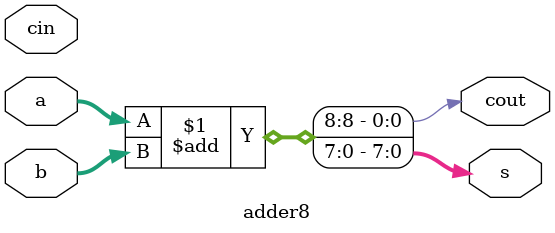
<source format=v>

/*
   Lección 5-1. Sumadores

   El sumador es el elemento básico de las unidades aritméticas. Un circuito
   sumador puede expresarse en Verilog de forma muy sencilla empleando
   operadores aritméticos. Más tarde, una herramienta de síntesis adecuada
   producirá un circuito sumador optimizado para la tecnología de
   implementación. No obstante, un sumador puede describirse a más bajo nivel
   como interconexión de sumadores completos (full adder -FA-).

   En esta lección comenzaremos con la descripción de un sumador comleto que
   servirá de base para dos descripciones estructurales equivalentes de un
   sumador de 8 bits. Luego se realizará una descripción de otro sumador
   equivalente empleando operaciones aritméticas. La operación de todos ellos
   y algunas variantes se comprueba por simulación en los ejercicios propuestos.
*/

`timescale 1ns / 1ps

//////////////////////////////////////////////////////////////////////////
// Sumador completo (FA)                                                //
//////////////////////////////////////////////////////////////////////////

/* Un sumador completo (FA) es un sumador de tres bits cuyo resultado se
 * genera en un bit de suma y un bit de acarreo según la siguiente tabla
 * de verdad
 *   x y cin z cout
 *   0 0 0   0 0
 *   0 0 1   1 0
 *   0 1 0   1 0
 *   0 1 1   0 1
 *   1 0 0   1 0
 *   1 0 1   0 1
 *   1 1 0   0 1
 *   1 1 1   1 1
 * Las expresiones lógica para las salidas z y cout pueden deducirse fácilmente
 * observando que z vale 1 si y sólo si la paridad de las entradas es impar, y
 * cout vale 1 si y sólo si cuales quierea dos de las entradas vale 1. */
module fa(
    input x,           // primer operando
    input y,           // segundo operando
    input cin,         // acarreo de entrada
    output z,          // salida de suma
    output cout        // acarreo de salida
    );

    assign  z = x ^ y ^ cin;
    assign  cout = x & y | x & cin | y & cin;
endmodule // fa

//////////////////////////////////////////////////////////////////////////
// Sumador 8 bits con FA                                                //
//////////////////////////////////////////////////////////////////////////

module adder8_e(
    input [7:0] a,       // primer operando
    input [7:0] b,       // segundo operando
    input cin,           // acarreo de entrada
    output [7:0] s,      // salida de suma
    output cout          // acarreo de salida
    );

    /* Este sumador se construye mediante la conexión en cascada de 8
     * sumadore completos (FA). Cada FA genera un bit del resultado. 'c'
     * es una señal auxiliar para la conexión del acarreo de salida de una
     * etapa con el acarreo de salida de la etapa siguiente */
    wire [7:1] c;

    /* El acarreo de entrada del primer FA es el acarreo de entrada del
     * módulo sumador */
    fa fa0 (a[0], b[0], cin, s[0], c[1]);
    fa fa1 (a[1], b[1], c[1], s[1], c[2]);
    fa fa2 (a[2], b[2], c[2], s[2], c[3]);
    fa fa3 (a[3], b[3], c[3], s[3], c[4]);
    fa fa4 (a[4], b[4], c[4], s[4], c[5]);
    fa fa5 (a[5], b[5], c[5], s[5], c[6]);
    fa fa6 (a[6], b[6], c[6], s[6], c[7]);
    /* El acarreo de salida del último FA es el acarreo de salida del
     * módulo sumador */
    fa fa7 (a[7], b[7], c[7], s[7], cout);

endmodule   // adder8_e

//////////////////////////////////////////////////////////////////////////
// Sumador 8 bits con FA usando "generate"                              //
//////////////////////////////////////////////////////////////////////////

/* Esta es una descripción equivalente a adder8_e que emplea la construcción
 * 'generate' */
module adder8_g(
    input [7:0] a,       // primer operando
    input [7:0] b,       // segundo operando
    input cin,           // acarreo de entrada
    output [7:0] s,      // salida de suma
    output cout          // acarreo de salida
    );

    /* En este caso, los acarreos intermedios se definen desde 0 a 8 para
     * que todas las instancias FA puedan expresarse en función de un mismo
     * índice. El primer acarreo (C[0]) corresponde al acarreo de entrada
     * y el último (c[8]) al acarreo de salida del módulo sumador */
    wire [8:0] c;
    assign c[0] = cin;
    assign cout = c[8];

    /* La construcción 'generate' facilita la generación de código en
     * fúnción de una variable o índice, simplificando la descripción de
     * estructuras repetitivas. La variable que controla la generación de
     * código es un entero y debe declararse con 'genvar' dentro o fuera
     * del bloque'generate'. Dentro de un bloque 'generate' pueden usarse
     * tres tipos de estructuras de control: 'if', 'case' y 'for', que no
     * deben confundirse con los equivalentes de las descripciones
     * procedimentales. Es importante observar que los bloque 'generate' se
     * expanden durante la elaboración del diseño y antes de la síntesis,
     * por lo que los valores de las variables declaradas con 'genvar'
     * deben estar determinados en el momento de la elaboración. En nuestro
     * ejemplo, los módulos adder8_e y adder8_g producen diseños idénticos
     * tras la elaboración inicial. */
    generate
        /* Declaramos la variable de la que depende 'generate' */
        genvar i;
        /* Bucle for asociado al bloque 'generate'. Aunque similar,
         * conceptualmente es diferente al bucle 'for' de una
         * descripción procedimental como la de la construcción
         * 'always'. */
        for (i=0; i < 8; i=i+1)
            /* Se genera una instancia para cada valor de i */
            fa fa_ins (a[i], b[i], c[i], s[i], c[i+1]);
    endgenerate

endmodule   // adder8_g

//////////////////////////////////////////////////////////////////////////
// Sumador de 8 bits con operadores aritméticos                         //
//////////////////////////////////////////////////////////////////////////

module adder8(
    input [7:0] a,       // primer operando
    input [7:0] b,       // segundo operando
    input cin,           // acarreo de entrada
    output [7:0] s,      // salida de suma
    output cout          // acarreo de salida
    );

    assign {cout, s} = a + b;

endmodule // adder8

/*

   EJERCICIOS

   1. Compila la lección con:

      $ iverilog sumador.v

      Comprueba que no hay errores de sintáxis

   2. Escribe un banco de pruebas el módulo 'fa' en un archivo 'fa_tb.v' de
      forma que compruebe su correcto funcionamiento para todos los valores
      de entrada. Puedes usar 'sumador_tb.v' como referencia. Compila el diseño
      con:

      $ iverilog sumador.v fa_tb.v

      y comprueba su operación con:

      $ vvp a.out

   (continúa en sumador_tb.v)
*/

</source>
